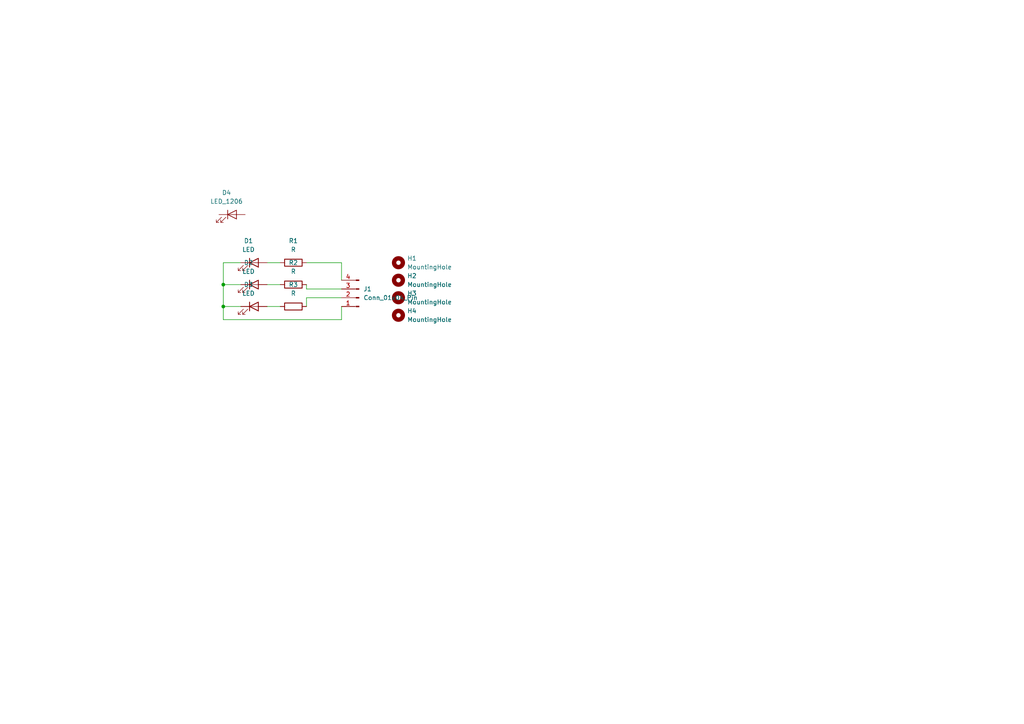
<source format=kicad_sch>
(kicad_sch (version 20231120) (generator "eeschema") (generator_version "8.0")
  (paper "A4")
  (lib_symbols
    (symbol "Connector:Conn_01x04_Pin" (pin_names (offset 1.016) hide)
      (property "Reference" "J" (at 0 5.08 0))
      (property "Value" "Conn_01x04_Pin" (at 0 -7.62 0))
      (symbol "Conn_01x04_Pin_1_1"
        (polyline (pts (xy 1.27 -5.08) (xy 0.8636 -5.08)) (stroke (width 0.1524)))
        (polyline (pts (xy 1.27 -2.54) (xy 0.8636 -2.54)) (stroke (width 0.1524)))
        (polyline (pts (xy 1.27 0) (xy 0.8636 0)) (stroke (width 0.1524)))
        (polyline (pts (xy 1.27 2.54) (xy 0.8636 2.54)) (stroke (width 0.1524)))
        (rectangle (start 0.8636 -4.953) (end 0 -5.207) (stroke (width 0.1524)) (fill (type outline)))
        (rectangle (start 0.8636 -2.413) (end 0 -2.667) (stroke (width 0.1524)) (fill (type outline)))
        (rectangle (start 0.8636 0.127) (end 0 -0.127) (stroke (width 0.1524)) (fill (type outline)))
        (rectangle (start 0.8636 2.667) (end 0 2.413) (stroke (width 0.1524)) (fill (type outline)))
        (pin passive line (at 5.08 2.54 180) (length 3.81) (name "Pin_1") (number "1"))
        (pin passive line (at 5.08 0 180) (length 3.81) (name "Pin_2") (number "2"))
        (pin passive line (at 5.08 -2.54 180) (length 3.81) (name "Pin_3") (number "3"))
        (pin passive line (at 5.08 -5.08 180) (length 3.81) (name "Pin_4") (number "4"))
      )
    )
    (symbol "Device:LED" (pin_numbers hide) (pin_names (offset 1.016) hide)
      (property "Reference" "D" (at 0 2.54 0))
      (property "Value" "LED" (at 0 -2.54 0))
      (symbol "LED_0_1"
        (polyline (pts (xy -1.27 -1.27) (xy -1.27 1.27)) (stroke (width 0.254)))
        (polyline (pts (xy -1.27 0) (xy 1.27 0)))
        (polyline (pts (xy 1.27 -1.27) (xy 1.27 1.27) (xy -1.27 0) (xy 1.27 -1.27)) (stroke (width 0.254)))
        (polyline (pts (xy -3.048 -0.762) (xy -4.572 -2.286) (xy -3.81 -2.286) (xy -4.572 -2.286) (xy -4.572 -1.524)))
        (polyline (pts (xy -1.778 -0.762) (xy -3.302 -2.286) (xy -2.54 -2.286) (xy -3.302 -2.286) (xy -3.302 -1.524)))
      )
      (symbol "LED_1_1"
        (pin passive line (at -3.81 0 0) (length 2.54) (name "K") (number "1"))
        (pin passive line (at 3.81 0 180) (length 2.54) (name "A") (number "2"))
      )
    )
    (symbol "Device:R" (pin_numbers hide) (pin_names (offset 0))
      (property "Reference" "R" (at 2.032 0 90))
      (property "Value" "R" (at 0 0 90))
      (symbol "R_0_1"
        (rectangle (start -1.016 -2.54) (end 1.016 2.54) (stroke (width 0.254)))
      )
      (symbol "R_1_1"
        (pin passive line (at 0 3.81 270) (length 1.27) (name "~") (number "1"))
        (pin passive line (at 0 -3.81 90) (length 1.27) (name "~") (number "2"))
      )
    )
    (symbol "Mechanical:MountingHole" (pin_names (offset 1.016)) (exclude_from_sim yes) (in_bom no)
      (property "Reference" "H" (at 0 5.08 0))
      (property "Value" "MountingHole" (at 0 3.175 0))
      (symbol "MountingHole_0_1"
        (circle (center 0 0) (radius 1.27) (stroke (width 1.27)))
      )
    )
    (symbol "fab:LED_1206" (pin_numbers hide) (pin_names (offset 1.016) hide)
      (property "Reference" "D" (at 0 2.54 0))
      (property "Value" "LED_1206" (at 0 -2.54 0))
      (symbol "LED_1206_0_1"
        (polyline (pts (xy -1.27 -1.27) (xy -1.27 1.27)) (stroke (width 0.2032)))
        (polyline (pts (xy -1.27 0) (xy 1.27 0)))
        (polyline (pts (xy 1.27 -1.27) (xy 1.27 1.27) (xy -1.27 0) (xy 1.27 -1.27)) (stroke (width 0.2032)))
        (polyline (pts (xy -3.048 -0.762) (xy -4.572 -2.286) (xy -3.81 -2.286) (xy -4.572 -2.286) (xy -4.572 -1.524)))
        (polyline (pts (xy -1.778 -0.762) (xy -3.302 -2.286) (xy -2.54 -2.286) (xy -3.302 -2.286) (xy -3.302 -1.524)))
      )
      (symbol "LED_1206_1_1"
        (pin passive line (at -3.81 0 0) (length 2.54) (name "K") (number "1"))
        (pin passive line (at 3.81 0 180) (length 2.54) (name "A") (number "2"))
      )
    )
  )
  (junction (at 64.77 82.55))
  (junction (at 64.77 88.9))
  (wire (pts (xy 99.06 76.2) (xy 99.06 81.28)))
  (wire (pts (xy 99.06 92.71) (xy 64.77 92.71)))
  (wire (pts (xy 69.85 88.9) (xy 64.77 88.9)))
  (wire (pts (xy 88.9 88.9) (xy 88.9 86.36)))
  (wire (pts (xy 99.06 88.9) (xy 99.06 92.71)))
  (wire (pts (xy 99.06 83.82) (xy 88.9 83.82)))
  (wire (pts (xy 64.77 82.55) (xy 69.85 82.55)))
  (wire (pts (xy 64.77 76.2) (xy 69.85 76.2)))
  (wire (pts (xy 77.47 88.9) (xy 81.28 88.9)))
  (wire (pts (xy 64.77 88.9) (xy 64.77 92.71)))
  (wire (pts (xy 64.77 82.55) (xy 64.77 76.2)))
  (wire (pts (xy 77.47 76.2) (xy 81.28 76.2)))
  (wire (pts (xy 64.77 88.9) (xy 64.77 82.55)))
  (wire (pts (xy 88.9 83.82) (xy 88.9 82.55)))
  (wire (pts (xy 88.9 86.36) (xy 99.06 86.36)))
  (wire (pts (xy 77.47 82.55) (xy 81.28 82.55)))
  (wire (pts (xy 88.9 76.2) (xy 99.06 76.2)))
  (symbol (lib_id "Device:R") (at 85.09 82.55 90) (unit 1)
    (property "Reference" "R2" (at 85.09 76.2 90))
    (property "Value" "R" (at 85.09 78.74 90))
    (property "Footprint" "Resistor_SMD:R_1206_3216Metric_Pad1.30x1.75mm_HandSolder" (effects (hide yes)))
    (property "Description" "Resistor" (effects (hide yes)))
  )
  (symbol (lib_id "Connector:Conn_01x04_Pin") (at 104.14 86.36 180) (unit 1)
    (property "Reference" "J1" (at 105.41 83.8199 0) (effects (justify right)))
    (property "Value" "Conn_01x04_Pin" (at 105.41 86.3599 0) (effects (justify right)))
    (property "Footprint" "Connector_PinHeader_2.54mm:PinHeader_1x04_P2.54mm_Horizontal" (effects (hide yes)))
    (property "Description" "Generic connector, single row, 01x04, script generated" (effects (hide yes)))
  )
  (symbol (lib_id "Mechanical:MountingHole") (at 115.57 91.44 0) (unit 1) (exclude_from_sim yes) (in_bom no)
    (property "Reference" "H4" (at 118.11 90.1699 0) (effects (justify left)))
    (property "Value" "MountingHole" (at 118.11 92.7099 0) (effects (justify left)))
    (property "Footprint" "MountingHole:MountingHole_2.5mm" (effects (hide yes)))
    (property "Description" "Mounting Hole without connection" (effects (hide yes)))
  )
  (symbol (lib_id "Mechanical:MountingHole") (at 115.57 76.2 0) (unit 1) (exclude_from_sim yes) (in_bom no)
    (property "Reference" "H1" (at 118.11 74.9299 0) (effects (justify left)))
    (property "Value" "MountingHole" (at 118.11 77.4699 0) (effects (justify left)))
    (property "Footprint" "MountingHole:MountingHole_2.5mm" (effects (hide yes)))
    (property "Description" "Mounting Hole without connection" (effects (hide yes)))
  )
  (symbol (lib_id "Device:LED") (at 73.66 82.55 0) (unit 1)
    (property "Reference" "D2" (at 72.0725 76.2 0))
    (property "Value" "LED" (at 72.0725 78.74 0))
    (property "Footprint" "footprints:SML-LX15" (effects (hide yes)))
    (property "Description" "Light emitting diode" (effects (hide yes)))
  )
  (symbol (lib_id "Device:R") (at 85.09 76.2 90) (unit 1)
    (property "Reference" "R1" (at 85.09 69.85 90))
    (property "Value" "R" (at 85.09 72.39 90))
    (property "Footprint" "Resistor_SMD:R_1206_3216Metric_Pad1.30x1.75mm_HandSolder" (effects (hide yes)))
    (property "Description" "Resistor" (effects (hide yes)))
  )
  (symbol (lib_id "Device:R") (at 85.09 88.9 90) (unit 1)
    (property "Reference" "R3" (at 85.09 82.55 90))
    (property "Value" "R" (at 85.09 85.09 90))
    (property "Footprint" "Resistor_SMD:R_1206_3216Metric_Pad1.30x1.75mm_HandSolder" (effects (hide yes)))
    (property "Description" "Resistor" (effects (hide yes)))
  )
  (symbol (lib_id "Device:LED") (at 73.66 88.9 0) (unit 1)
    (property "Reference" "D3" (at 72.0725 82.55 0))
    (property "Value" "LED" (at 72.0725 85.09 0))
    (property "Footprint" "footprints:SML-LX15" (effects (hide yes)))
    (property "Description" "Light emitting diode" (effects (hide yes)))
  )
  (symbol (lib_id "fab:LED_1206") (at 67.31 62.23 0) (unit 1)
    (property "Reference" "D4" (at 65.7098 55.88 0))
    (property "Value" "LED_1206" (at 65.7098 58.42 0))
    (property "Footprint" "fab:LED_1206" (effects (hide yes)))
    (property "Datasheet" "https://optoelectronics.liteon.com/upload/download/DS-22-98-0002/LTST-C150CKT.pdf" (effects (hide yes)))
    (property "Description" "Light emitting diode, Lite-On Inc. LTST, SMD" (effects (hide yes)))
  )
  (symbol (lib_id "Mechanical:MountingHole") (at 115.57 86.36 0) (unit 1) (exclude_from_sim yes) (in_bom no)
    (property "Reference" "H3" (at 118.11 85.0899 0) (effects (justify left)))
    (property "Value" "MountingHole" (at 118.11 87.6299 0) (effects (justify left)))
    (property "Footprint" "MountingHole:MountingHole_2.5mm" (effects (hide yes)))
    (property "Description" "Mounting Hole without connection" (effects (hide yes)))
  )
  (symbol (lib_id "Device:LED") (at 73.66 76.2 0) (unit 1)
    (property "Reference" "D1" (at 72.0725 69.85 0))
    (property "Value" "LED" (at 72.0725 72.39 0))
    (property "Footprint" "footprints:SML-LX15" (effects (hide yes)))
    (property "Description" "Light emitting diode" (effects (hide yes)))
  )
  (symbol (lib_id "Mechanical:MountingHole") (at 115.57 81.28 0) (unit 1) (exclude_from_sim yes) (in_bom no)
    (property "Reference" "H2" (at 118.11 80.0099 0) (effects (justify left)))
    (property "Value" "MountingHole" (at 118.11 82.5499 0) (effects (justify left)))
    (property "Footprint" "MountingHole:MountingHole_2.5mm" (effects (hide yes)))
    (property "Description" "Mounting Hole without connection" (effects (hide yes)))
  )
)
</source>
